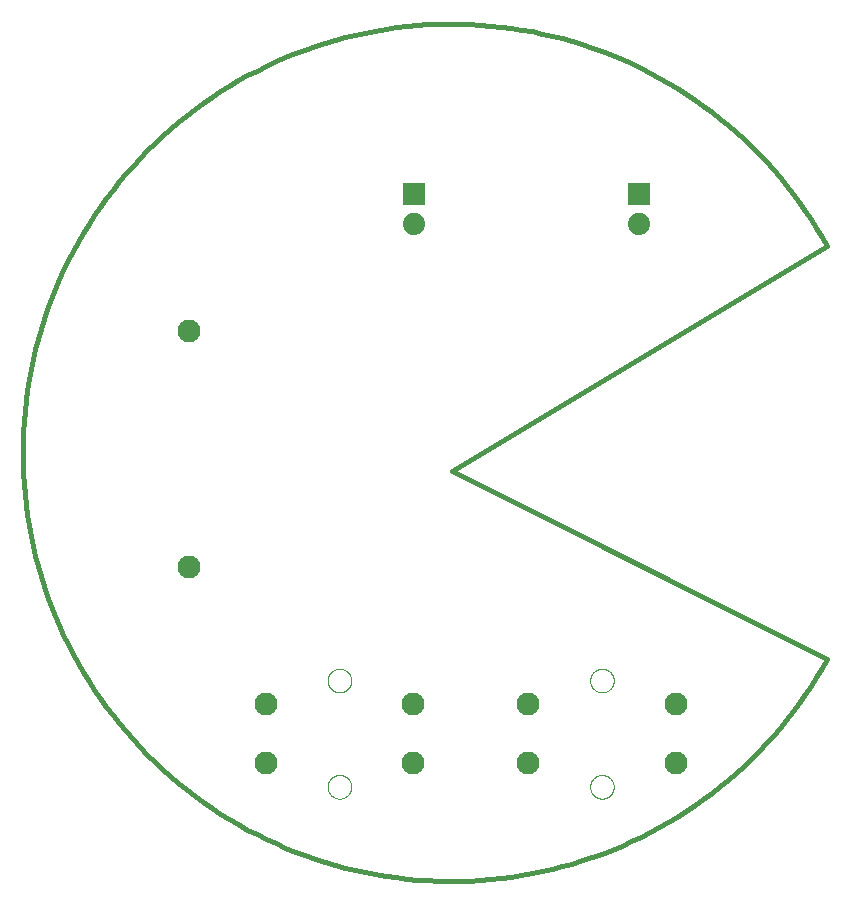
<source format=gtl>
G75*
%MOIN*%
%OFA0B0*%
%FSLAX25Y25*%
%IPPOS*%
%LPD*%
%AMOC8*
5,1,8,0,0,1.08239X$1,22.5*
%
%ADD10C,0.01600*%
%ADD11C,0.07677*%
%ADD12R,0.07400X0.07400*%
%ADD13C,0.07400*%
%ADD14C,0.00000*%
D10*
X0145442Y0138419D02*
X0270442Y0075919D01*
X0270442Y0213419D02*
X0145442Y0138419D01*
X0270442Y0075919D02*
X0268724Y0072879D01*
X0266933Y0069882D01*
X0265069Y0066929D01*
X0263133Y0064023D01*
X0261127Y0061165D01*
X0259052Y0058357D01*
X0256909Y0055601D01*
X0254699Y0052898D01*
X0252423Y0050249D01*
X0250084Y0047657D01*
X0247682Y0045123D01*
X0245219Y0042648D01*
X0242696Y0040234D01*
X0240114Y0037883D01*
X0237476Y0035596D01*
X0234783Y0033373D01*
X0232037Y0031217D01*
X0229238Y0029129D01*
X0226389Y0027110D01*
X0223492Y0025161D01*
X0220548Y0023283D01*
X0217559Y0021478D01*
X0214527Y0019747D01*
X0211454Y0018090D01*
X0208341Y0016509D01*
X0205190Y0015004D01*
X0202003Y0013577D01*
X0198783Y0012228D01*
X0195530Y0010958D01*
X0192247Y0009768D01*
X0188937Y0008659D01*
X0185600Y0007630D01*
X0182239Y0006684D01*
X0178856Y0005820D01*
X0175452Y0005039D01*
X0172031Y0004342D01*
X0168594Y0003728D01*
X0165142Y0003198D01*
X0161679Y0002753D01*
X0158206Y0002393D01*
X0154725Y0002118D01*
X0151239Y0001928D01*
X0147749Y0001823D01*
X0144257Y0001803D01*
X0140766Y0001869D01*
X0137278Y0002020D01*
X0133794Y0002256D01*
X0130317Y0002578D01*
X0126849Y0002984D01*
X0123392Y0003475D01*
X0119948Y0004050D01*
X0116519Y0004709D01*
X0113108Y0005452D01*
X0109715Y0006277D01*
X0106344Y0007186D01*
X0102995Y0008177D01*
X0099672Y0009249D01*
X0096377Y0010402D01*
X0093110Y0011635D01*
X0089874Y0012948D01*
X0086672Y0014339D01*
X0083504Y0015809D01*
X0080374Y0017355D01*
X0077282Y0018977D01*
X0074230Y0020675D01*
X0071222Y0022446D01*
X0068257Y0024291D01*
X0065338Y0026207D01*
X0062467Y0028194D01*
X0059645Y0030251D01*
X0056875Y0032376D01*
X0054157Y0034568D01*
X0051493Y0036826D01*
X0048886Y0039148D01*
X0046336Y0041533D01*
X0043845Y0043980D01*
X0041415Y0046487D01*
X0039046Y0049053D01*
X0036741Y0051675D01*
X0034501Y0054354D01*
X0032327Y0057086D01*
X0030220Y0059871D01*
X0028182Y0062706D01*
X0026214Y0065590D01*
X0024317Y0068522D01*
X0022493Y0071498D01*
X0020741Y0074519D01*
X0019064Y0077582D01*
X0017462Y0080684D01*
X0015937Y0083825D01*
X0014488Y0087002D01*
X0013118Y0090214D01*
X0011827Y0093458D01*
X0010615Y0096733D01*
X0009484Y0100036D01*
X0008434Y0103366D01*
X0007465Y0106721D01*
X0006579Y0110098D01*
X0005775Y0113496D01*
X0005055Y0116912D01*
X0004419Y0120346D01*
X0003866Y0123793D01*
X0003398Y0127254D01*
X0003015Y0130724D01*
X0002717Y0134203D01*
X0002504Y0137688D01*
X0002376Y0141178D01*
X0002333Y0144669D01*
X0002376Y0148160D01*
X0002504Y0151650D01*
X0002717Y0155135D01*
X0003015Y0158614D01*
X0003398Y0162084D01*
X0003866Y0165545D01*
X0004419Y0168992D01*
X0005055Y0172426D01*
X0005775Y0175842D01*
X0006579Y0179240D01*
X0007465Y0182617D01*
X0008434Y0185972D01*
X0009484Y0189302D01*
X0010615Y0192605D01*
X0011827Y0195880D01*
X0013118Y0199124D01*
X0014488Y0202336D01*
X0015937Y0205513D01*
X0017462Y0208654D01*
X0019064Y0211756D01*
X0020741Y0214819D01*
X0022493Y0217840D01*
X0024317Y0220816D01*
X0026214Y0223748D01*
X0028182Y0226632D01*
X0030220Y0229467D01*
X0032327Y0232252D01*
X0034501Y0234984D01*
X0036741Y0237663D01*
X0039046Y0240285D01*
X0041415Y0242851D01*
X0043845Y0245358D01*
X0046336Y0247805D01*
X0048886Y0250190D01*
X0051493Y0252512D01*
X0054157Y0254770D01*
X0056875Y0256962D01*
X0059645Y0259087D01*
X0062467Y0261144D01*
X0065338Y0263131D01*
X0068257Y0265047D01*
X0071222Y0266892D01*
X0074230Y0268663D01*
X0077282Y0270361D01*
X0080374Y0271983D01*
X0083504Y0273529D01*
X0086672Y0274999D01*
X0089874Y0276390D01*
X0093110Y0277703D01*
X0096377Y0278936D01*
X0099672Y0280089D01*
X0102995Y0281161D01*
X0106344Y0282152D01*
X0109715Y0283061D01*
X0113108Y0283886D01*
X0116519Y0284629D01*
X0119948Y0285288D01*
X0123392Y0285863D01*
X0126849Y0286354D01*
X0130317Y0286760D01*
X0133794Y0287082D01*
X0137278Y0287318D01*
X0140766Y0287469D01*
X0144257Y0287535D01*
X0147749Y0287515D01*
X0151239Y0287410D01*
X0154725Y0287220D01*
X0158206Y0286945D01*
X0161679Y0286585D01*
X0165142Y0286140D01*
X0168594Y0285610D01*
X0172031Y0284996D01*
X0175452Y0284299D01*
X0178856Y0283518D01*
X0182239Y0282654D01*
X0185600Y0281708D01*
X0188937Y0280679D01*
X0192247Y0279570D01*
X0195530Y0278380D01*
X0198783Y0277110D01*
X0202003Y0275761D01*
X0205190Y0274334D01*
X0208341Y0272829D01*
X0211454Y0271248D01*
X0214527Y0269591D01*
X0217559Y0267860D01*
X0220548Y0266055D01*
X0223492Y0264177D01*
X0226389Y0262228D01*
X0229238Y0260209D01*
X0232037Y0258121D01*
X0234783Y0255965D01*
X0237476Y0253742D01*
X0240114Y0251455D01*
X0242696Y0249104D01*
X0245219Y0246690D01*
X0247682Y0244215D01*
X0250084Y0241681D01*
X0252423Y0239089D01*
X0254699Y0236440D01*
X0256909Y0233737D01*
X0259052Y0230981D01*
X0261127Y0228173D01*
X0263133Y0225315D01*
X0265069Y0222409D01*
X0266933Y0219456D01*
X0268724Y0216459D01*
X0270442Y0213419D01*
D11*
X0083336Y0041077D03*
X0083336Y0060762D03*
X0057942Y0106333D03*
X0057942Y0185073D03*
X0132548Y0060762D03*
X0132548Y0041077D03*
X0170836Y0041077D03*
X0170836Y0060762D03*
X0220048Y0060762D03*
X0220048Y0041077D03*
D12*
X0207942Y0230919D03*
X0132942Y0230919D03*
D13*
X0132942Y0220919D03*
X0207942Y0220919D03*
D14*
X0191505Y0068636D02*
X0191507Y0068761D01*
X0191513Y0068886D01*
X0191523Y0069010D01*
X0191537Y0069134D01*
X0191554Y0069258D01*
X0191576Y0069381D01*
X0191602Y0069503D01*
X0191631Y0069625D01*
X0191664Y0069745D01*
X0191702Y0069864D01*
X0191742Y0069983D01*
X0191787Y0070099D01*
X0191835Y0070214D01*
X0191887Y0070328D01*
X0191943Y0070440D01*
X0192002Y0070550D01*
X0192064Y0070658D01*
X0192130Y0070765D01*
X0192199Y0070869D01*
X0192272Y0070970D01*
X0192347Y0071070D01*
X0192426Y0071167D01*
X0192508Y0071261D01*
X0192593Y0071353D01*
X0192680Y0071442D01*
X0192771Y0071528D01*
X0192864Y0071611D01*
X0192960Y0071692D01*
X0193058Y0071769D01*
X0193158Y0071843D01*
X0193261Y0071914D01*
X0193366Y0071981D01*
X0193474Y0072046D01*
X0193583Y0072106D01*
X0193694Y0072164D01*
X0193807Y0072217D01*
X0193921Y0072267D01*
X0194037Y0072314D01*
X0194154Y0072356D01*
X0194273Y0072395D01*
X0194393Y0072431D01*
X0194514Y0072462D01*
X0194636Y0072490D01*
X0194758Y0072513D01*
X0194882Y0072533D01*
X0195006Y0072549D01*
X0195130Y0072561D01*
X0195255Y0072569D01*
X0195380Y0072573D01*
X0195504Y0072573D01*
X0195629Y0072569D01*
X0195754Y0072561D01*
X0195878Y0072549D01*
X0196002Y0072533D01*
X0196126Y0072513D01*
X0196248Y0072490D01*
X0196370Y0072462D01*
X0196491Y0072431D01*
X0196611Y0072395D01*
X0196730Y0072356D01*
X0196847Y0072314D01*
X0196963Y0072267D01*
X0197077Y0072217D01*
X0197190Y0072164D01*
X0197301Y0072106D01*
X0197411Y0072046D01*
X0197518Y0071981D01*
X0197623Y0071914D01*
X0197726Y0071843D01*
X0197826Y0071769D01*
X0197924Y0071692D01*
X0198020Y0071611D01*
X0198113Y0071528D01*
X0198204Y0071442D01*
X0198291Y0071353D01*
X0198376Y0071261D01*
X0198458Y0071167D01*
X0198537Y0071070D01*
X0198612Y0070970D01*
X0198685Y0070869D01*
X0198754Y0070765D01*
X0198820Y0070658D01*
X0198882Y0070550D01*
X0198941Y0070440D01*
X0198997Y0070328D01*
X0199049Y0070214D01*
X0199097Y0070099D01*
X0199142Y0069983D01*
X0199182Y0069864D01*
X0199220Y0069745D01*
X0199253Y0069625D01*
X0199282Y0069503D01*
X0199308Y0069381D01*
X0199330Y0069258D01*
X0199347Y0069134D01*
X0199361Y0069010D01*
X0199371Y0068886D01*
X0199377Y0068761D01*
X0199379Y0068636D01*
X0199377Y0068511D01*
X0199371Y0068386D01*
X0199361Y0068262D01*
X0199347Y0068138D01*
X0199330Y0068014D01*
X0199308Y0067891D01*
X0199282Y0067769D01*
X0199253Y0067647D01*
X0199220Y0067527D01*
X0199182Y0067408D01*
X0199142Y0067289D01*
X0199097Y0067173D01*
X0199049Y0067058D01*
X0198997Y0066944D01*
X0198941Y0066832D01*
X0198882Y0066722D01*
X0198820Y0066614D01*
X0198754Y0066507D01*
X0198685Y0066403D01*
X0198612Y0066302D01*
X0198537Y0066202D01*
X0198458Y0066105D01*
X0198376Y0066011D01*
X0198291Y0065919D01*
X0198204Y0065830D01*
X0198113Y0065744D01*
X0198020Y0065661D01*
X0197924Y0065580D01*
X0197826Y0065503D01*
X0197726Y0065429D01*
X0197623Y0065358D01*
X0197518Y0065291D01*
X0197410Y0065226D01*
X0197301Y0065166D01*
X0197190Y0065108D01*
X0197077Y0065055D01*
X0196963Y0065005D01*
X0196847Y0064958D01*
X0196730Y0064916D01*
X0196611Y0064877D01*
X0196491Y0064841D01*
X0196370Y0064810D01*
X0196248Y0064782D01*
X0196126Y0064759D01*
X0196002Y0064739D01*
X0195878Y0064723D01*
X0195754Y0064711D01*
X0195629Y0064703D01*
X0195504Y0064699D01*
X0195380Y0064699D01*
X0195255Y0064703D01*
X0195130Y0064711D01*
X0195006Y0064723D01*
X0194882Y0064739D01*
X0194758Y0064759D01*
X0194636Y0064782D01*
X0194514Y0064810D01*
X0194393Y0064841D01*
X0194273Y0064877D01*
X0194154Y0064916D01*
X0194037Y0064958D01*
X0193921Y0065005D01*
X0193807Y0065055D01*
X0193694Y0065108D01*
X0193583Y0065166D01*
X0193473Y0065226D01*
X0193366Y0065291D01*
X0193261Y0065358D01*
X0193158Y0065429D01*
X0193058Y0065503D01*
X0192960Y0065580D01*
X0192864Y0065661D01*
X0192771Y0065744D01*
X0192680Y0065830D01*
X0192593Y0065919D01*
X0192508Y0066011D01*
X0192426Y0066105D01*
X0192347Y0066202D01*
X0192272Y0066302D01*
X0192199Y0066403D01*
X0192130Y0066507D01*
X0192064Y0066614D01*
X0192002Y0066722D01*
X0191943Y0066832D01*
X0191887Y0066944D01*
X0191835Y0067058D01*
X0191787Y0067173D01*
X0191742Y0067289D01*
X0191702Y0067408D01*
X0191664Y0067527D01*
X0191631Y0067647D01*
X0191602Y0067769D01*
X0191576Y0067891D01*
X0191554Y0068014D01*
X0191537Y0068138D01*
X0191523Y0068262D01*
X0191513Y0068386D01*
X0191507Y0068511D01*
X0191505Y0068636D01*
X0191505Y0033203D02*
X0191507Y0033328D01*
X0191513Y0033453D01*
X0191523Y0033577D01*
X0191537Y0033701D01*
X0191554Y0033825D01*
X0191576Y0033948D01*
X0191602Y0034070D01*
X0191631Y0034192D01*
X0191664Y0034312D01*
X0191702Y0034431D01*
X0191742Y0034550D01*
X0191787Y0034666D01*
X0191835Y0034781D01*
X0191887Y0034895D01*
X0191943Y0035007D01*
X0192002Y0035117D01*
X0192064Y0035225D01*
X0192130Y0035332D01*
X0192199Y0035436D01*
X0192272Y0035537D01*
X0192347Y0035637D01*
X0192426Y0035734D01*
X0192508Y0035828D01*
X0192593Y0035920D01*
X0192680Y0036009D01*
X0192771Y0036095D01*
X0192864Y0036178D01*
X0192960Y0036259D01*
X0193058Y0036336D01*
X0193158Y0036410D01*
X0193261Y0036481D01*
X0193366Y0036548D01*
X0193474Y0036613D01*
X0193583Y0036673D01*
X0193694Y0036731D01*
X0193807Y0036784D01*
X0193921Y0036834D01*
X0194037Y0036881D01*
X0194154Y0036923D01*
X0194273Y0036962D01*
X0194393Y0036998D01*
X0194514Y0037029D01*
X0194636Y0037057D01*
X0194758Y0037080D01*
X0194882Y0037100D01*
X0195006Y0037116D01*
X0195130Y0037128D01*
X0195255Y0037136D01*
X0195380Y0037140D01*
X0195504Y0037140D01*
X0195629Y0037136D01*
X0195754Y0037128D01*
X0195878Y0037116D01*
X0196002Y0037100D01*
X0196126Y0037080D01*
X0196248Y0037057D01*
X0196370Y0037029D01*
X0196491Y0036998D01*
X0196611Y0036962D01*
X0196730Y0036923D01*
X0196847Y0036881D01*
X0196963Y0036834D01*
X0197077Y0036784D01*
X0197190Y0036731D01*
X0197301Y0036673D01*
X0197411Y0036613D01*
X0197518Y0036548D01*
X0197623Y0036481D01*
X0197726Y0036410D01*
X0197826Y0036336D01*
X0197924Y0036259D01*
X0198020Y0036178D01*
X0198113Y0036095D01*
X0198204Y0036009D01*
X0198291Y0035920D01*
X0198376Y0035828D01*
X0198458Y0035734D01*
X0198537Y0035637D01*
X0198612Y0035537D01*
X0198685Y0035436D01*
X0198754Y0035332D01*
X0198820Y0035225D01*
X0198882Y0035117D01*
X0198941Y0035007D01*
X0198997Y0034895D01*
X0199049Y0034781D01*
X0199097Y0034666D01*
X0199142Y0034550D01*
X0199182Y0034431D01*
X0199220Y0034312D01*
X0199253Y0034192D01*
X0199282Y0034070D01*
X0199308Y0033948D01*
X0199330Y0033825D01*
X0199347Y0033701D01*
X0199361Y0033577D01*
X0199371Y0033453D01*
X0199377Y0033328D01*
X0199379Y0033203D01*
X0199377Y0033078D01*
X0199371Y0032953D01*
X0199361Y0032829D01*
X0199347Y0032705D01*
X0199330Y0032581D01*
X0199308Y0032458D01*
X0199282Y0032336D01*
X0199253Y0032214D01*
X0199220Y0032094D01*
X0199182Y0031975D01*
X0199142Y0031856D01*
X0199097Y0031740D01*
X0199049Y0031625D01*
X0198997Y0031511D01*
X0198941Y0031399D01*
X0198882Y0031289D01*
X0198820Y0031181D01*
X0198754Y0031074D01*
X0198685Y0030970D01*
X0198612Y0030869D01*
X0198537Y0030769D01*
X0198458Y0030672D01*
X0198376Y0030578D01*
X0198291Y0030486D01*
X0198204Y0030397D01*
X0198113Y0030311D01*
X0198020Y0030228D01*
X0197924Y0030147D01*
X0197826Y0030070D01*
X0197726Y0029996D01*
X0197623Y0029925D01*
X0197518Y0029858D01*
X0197410Y0029793D01*
X0197301Y0029733D01*
X0197190Y0029675D01*
X0197077Y0029622D01*
X0196963Y0029572D01*
X0196847Y0029525D01*
X0196730Y0029483D01*
X0196611Y0029444D01*
X0196491Y0029408D01*
X0196370Y0029377D01*
X0196248Y0029349D01*
X0196126Y0029326D01*
X0196002Y0029306D01*
X0195878Y0029290D01*
X0195754Y0029278D01*
X0195629Y0029270D01*
X0195504Y0029266D01*
X0195380Y0029266D01*
X0195255Y0029270D01*
X0195130Y0029278D01*
X0195006Y0029290D01*
X0194882Y0029306D01*
X0194758Y0029326D01*
X0194636Y0029349D01*
X0194514Y0029377D01*
X0194393Y0029408D01*
X0194273Y0029444D01*
X0194154Y0029483D01*
X0194037Y0029525D01*
X0193921Y0029572D01*
X0193807Y0029622D01*
X0193694Y0029675D01*
X0193583Y0029733D01*
X0193473Y0029793D01*
X0193366Y0029858D01*
X0193261Y0029925D01*
X0193158Y0029996D01*
X0193058Y0030070D01*
X0192960Y0030147D01*
X0192864Y0030228D01*
X0192771Y0030311D01*
X0192680Y0030397D01*
X0192593Y0030486D01*
X0192508Y0030578D01*
X0192426Y0030672D01*
X0192347Y0030769D01*
X0192272Y0030869D01*
X0192199Y0030970D01*
X0192130Y0031074D01*
X0192064Y0031181D01*
X0192002Y0031289D01*
X0191943Y0031399D01*
X0191887Y0031511D01*
X0191835Y0031625D01*
X0191787Y0031740D01*
X0191742Y0031856D01*
X0191702Y0031975D01*
X0191664Y0032094D01*
X0191631Y0032214D01*
X0191602Y0032336D01*
X0191576Y0032458D01*
X0191554Y0032581D01*
X0191537Y0032705D01*
X0191523Y0032829D01*
X0191513Y0032953D01*
X0191507Y0033078D01*
X0191505Y0033203D01*
X0104005Y0033203D02*
X0104007Y0033328D01*
X0104013Y0033453D01*
X0104023Y0033577D01*
X0104037Y0033701D01*
X0104054Y0033825D01*
X0104076Y0033948D01*
X0104102Y0034070D01*
X0104131Y0034192D01*
X0104164Y0034312D01*
X0104202Y0034431D01*
X0104242Y0034550D01*
X0104287Y0034666D01*
X0104335Y0034781D01*
X0104387Y0034895D01*
X0104443Y0035007D01*
X0104502Y0035117D01*
X0104564Y0035225D01*
X0104630Y0035332D01*
X0104699Y0035436D01*
X0104772Y0035537D01*
X0104847Y0035637D01*
X0104926Y0035734D01*
X0105008Y0035828D01*
X0105093Y0035920D01*
X0105180Y0036009D01*
X0105271Y0036095D01*
X0105364Y0036178D01*
X0105460Y0036259D01*
X0105558Y0036336D01*
X0105658Y0036410D01*
X0105761Y0036481D01*
X0105866Y0036548D01*
X0105974Y0036613D01*
X0106083Y0036673D01*
X0106194Y0036731D01*
X0106307Y0036784D01*
X0106421Y0036834D01*
X0106537Y0036881D01*
X0106654Y0036923D01*
X0106773Y0036962D01*
X0106893Y0036998D01*
X0107014Y0037029D01*
X0107136Y0037057D01*
X0107258Y0037080D01*
X0107382Y0037100D01*
X0107506Y0037116D01*
X0107630Y0037128D01*
X0107755Y0037136D01*
X0107880Y0037140D01*
X0108004Y0037140D01*
X0108129Y0037136D01*
X0108254Y0037128D01*
X0108378Y0037116D01*
X0108502Y0037100D01*
X0108626Y0037080D01*
X0108748Y0037057D01*
X0108870Y0037029D01*
X0108991Y0036998D01*
X0109111Y0036962D01*
X0109230Y0036923D01*
X0109347Y0036881D01*
X0109463Y0036834D01*
X0109577Y0036784D01*
X0109690Y0036731D01*
X0109801Y0036673D01*
X0109911Y0036613D01*
X0110018Y0036548D01*
X0110123Y0036481D01*
X0110226Y0036410D01*
X0110326Y0036336D01*
X0110424Y0036259D01*
X0110520Y0036178D01*
X0110613Y0036095D01*
X0110704Y0036009D01*
X0110791Y0035920D01*
X0110876Y0035828D01*
X0110958Y0035734D01*
X0111037Y0035637D01*
X0111112Y0035537D01*
X0111185Y0035436D01*
X0111254Y0035332D01*
X0111320Y0035225D01*
X0111382Y0035117D01*
X0111441Y0035007D01*
X0111497Y0034895D01*
X0111549Y0034781D01*
X0111597Y0034666D01*
X0111642Y0034550D01*
X0111682Y0034431D01*
X0111720Y0034312D01*
X0111753Y0034192D01*
X0111782Y0034070D01*
X0111808Y0033948D01*
X0111830Y0033825D01*
X0111847Y0033701D01*
X0111861Y0033577D01*
X0111871Y0033453D01*
X0111877Y0033328D01*
X0111879Y0033203D01*
X0111877Y0033078D01*
X0111871Y0032953D01*
X0111861Y0032829D01*
X0111847Y0032705D01*
X0111830Y0032581D01*
X0111808Y0032458D01*
X0111782Y0032336D01*
X0111753Y0032214D01*
X0111720Y0032094D01*
X0111682Y0031975D01*
X0111642Y0031856D01*
X0111597Y0031740D01*
X0111549Y0031625D01*
X0111497Y0031511D01*
X0111441Y0031399D01*
X0111382Y0031289D01*
X0111320Y0031181D01*
X0111254Y0031074D01*
X0111185Y0030970D01*
X0111112Y0030869D01*
X0111037Y0030769D01*
X0110958Y0030672D01*
X0110876Y0030578D01*
X0110791Y0030486D01*
X0110704Y0030397D01*
X0110613Y0030311D01*
X0110520Y0030228D01*
X0110424Y0030147D01*
X0110326Y0030070D01*
X0110226Y0029996D01*
X0110123Y0029925D01*
X0110018Y0029858D01*
X0109910Y0029793D01*
X0109801Y0029733D01*
X0109690Y0029675D01*
X0109577Y0029622D01*
X0109463Y0029572D01*
X0109347Y0029525D01*
X0109230Y0029483D01*
X0109111Y0029444D01*
X0108991Y0029408D01*
X0108870Y0029377D01*
X0108748Y0029349D01*
X0108626Y0029326D01*
X0108502Y0029306D01*
X0108378Y0029290D01*
X0108254Y0029278D01*
X0108129Y0029270D01*
X0108004Y0029266D01*
X0107880Y0029266D01*
X0107755Y0029270D01*
X0107630Y0029278D01*
X0107506Y0029290D01*
X0107382Y0029306D01*
X0107258Y0029326D01*
X0107136Y0029349D01*
X0107014Y0029377D01*
X0106893Y0029408D01*
X0106773Y0029444D01*
X0106654Y0029483D01*
X0106537Y0029525D01*
X0106421Y0029572D01*
X0106307Y0029622D01*
X0106194Y0029675D01*
X0106083Y0029733D01*
X0105973Y0029793D01*
X0105866Y0029858D01*
X0105761Y0029925D01*
X0105658Y0029996D01*
X0105558Y0030070D01*
X0105460Y0030147D01*
X0105364Y0030228D01*
X0105271Y0030311D01*
X0105180Y0030397D01*
X0105093Y0030486D01*
X0105008Y0030578D01*
X0104926Y0030672D01*
X0104847Y0030769D01*
X0104772Y0030869D01*
X0104699Y0030970D01*
X0104630Y0031074D01*
X0104564Y0031181D01*
X0104502Y0031289D01*
X0104443Y0031399D01*
X0104387Y0031511D01*
X0104335Y0031625D01*
X0104287Y0031740D01*
X0104242Y0031856D01*
X0104202Y0031975D01*
X0104164Y0032094D01*
X0104131Y0032214D01*
X0104102Y0032336D01*
X0104076Y0032458D01*
X0104054Y0032581D01*
X0104037Y0032705D01*
X0104023Y0032829D01*
X0104013Y0032953D01*
X0104007Y0033078D01*
X0104005Y0033203D01*
X0104005Y0068636D02*
X0104007Y0068761D01*
X0104013Y0068886D01*
X0104023Y0069010D01*
X0104037Y0069134D01*
X0104054Y0069258D01*
X0104076Y0069381D01*
X0104102Y0069503D01*
X0104131Y0069625D01*
X0104164Y0069745D01*
X0104202Y0069864D01*
X0104242Y0069983D01*
X0104287Y0070099D01*
X0104335Y0070214D01*
X0104387Y0070328D01*
X0104443Y0070440D01*
X0104502Y0070550D01*
X0104564Y0070658D01*
X0104630Y0070765D01*
X0104699Y0070869D01*
X0104772Y0070970D01*
X0104847Y0071070D01*
X0104926Y0071167D01*
X0105008Y0071261D01*
X0105093Y0071353D01*
X0105180Y0071442D01*
X0105271Y0071528D01*
X0105364Y0071611D01*
X0105460Y0071692D01*
X0105558Y0071769D01*
X0105658Y0071843D01*
X0105761Y0071914D01*
X0105866Y0071981D01*
X0105974Y0072046D01*
X0106083Y0072106D01*
X0106194Y0072164D01*
X0106307Y0072217D01*
X0106421Y0072267D01*
X0106537Y0072314D01*
X0106654Y0072356D01*
X0106773Y0072395D01*
X0106893Y0072431D01*
X0107014Y0072462D01*
X0107136Y0072490D01*
X0107258Y0072513D01*
X0107382Y0072533D01*
X0107506Y0072549D01*
X0107630Y0072561D01*
X0107755Y0072569D01*
X0107880Y0072573D01*
X0108004Y0072573D01*
X0108129Y0072569D01*
X0108254Y0072561D01*
X0108378Y0072549D01*
X0108502Y0072533D01*
X0108626Y0072513D01*
X0108748Y0072490D01*
X0108870Y0072462D01*
X0108991Y0072431D01*
X0109111Y0072395D01*
X0109230Y0072356D01*
X0109347Y0072314D01*
X0109463Y0072267D01*
X0109577Y0072217D01*
X0109690Y0072164D01*
X0109801Y0072106D01*
X0109911Y0072046D01*
X0110018Y0071981D01*
X0110123Y0071914D01*
X0110226Y0071843D01*
X0110326Y0071769D01*
X0110424Y0071692D01*
X0110520Y0071611D01*
X0110613Y0071528D01*
X0110704Y0071442D01*
X0110791Y0071353D01*
X0110876Y0071261D01*
X0110958Y0071167D01*
X0111037Y0071070D01*
X0111112Y0070970D01*
X0111185Y0070869D01*
X0111254Y0070765D01*
X0111320Y0070658D01*
X0111382Y0070550D01*
X0111441Y0070440D01*
X0111497Y0070328D01*
X0111549Y0070214D01*
X0111597Y0070099D01*
X0111642Y0069983D01*
X0111682Y0069864D01*
X0111720Y0069745D01*
X0111753Y0069625D01*
X0111782Y0069503D01*
X0111808Y0069381D01*
X0111830Y0069258D01*
X0111847Y0069134D01*
X0111861Y0069010D01*
X0111871Y0068886D01*
X0111877Y0068761D01*
X0111879Y0068636D01*
X0111877Y0068511D01*
X0111871Y0068386D01*
X0111861Y0068262D01*
X0111847Y0068138D01*
X0111830Y0068014D01*
X0111808Y0067891D01*
X0111782Y0067769D01*
X0111753Y0067647D01*
X0111720Y0067527D01*
X0111682Y0067408D01*
X0111642Y0067289D01*
X0111597Y0067173D01*
X0111549Y0067058D01*
X0111497Y0066944D01*
X0111441Y0066832D01*
X0111382Y0066722D01*
X0111320Y0066614D01*
X0111254Y0066507D01*
X0111185Y0066403D01*
X0111112Y0066302D01*
X0111037Y0066202D01*
X0110958Y0066105D01*
X0110876Y0066011D01*
X0110791Y0065919D01*
X0110704Y0065830D01*
X0110613Y0065744D01*
X0110520Y0065661D01*
X0110424Y0065580D01*
X0110326Y0065503D01*
X0110226Y0065429D01*
X0110123Y0065358D01*
X0110018Y0065291D01*
X0109910Y0065226D01*
X0109801Y0065166D01*
X0109690Y0065108D01*
X0109577Y0065055D01*
X0109463Y0065005D01*
X0109347Y0064958D01*
X0109230Y0064916D01*
X0109111Y0064877D01*
X0108991Y0064841D01*
X0108870Y0064810D01*
X0108748Y0064782D01*
X0108626Y0064759D01*
X0108502Y0064739D01*
X0108378Y0064723D01*
X0108254Y0064711D01*
X0108129Y0064703D01*
X0108004Y0064699D01*
X0107880Y0064699D01*
X0107755Y0064703D01*
X0107630Y0064711D01*
X0107506Y0064723D01*
X0107382Y0064739D01*
X0107258Y0064759D01*
X0107136Y0064782D01*
X0107014Y0064810D01*
X0106893Y0064841D01*
X0106773Y0064877D01*
X0106654Y0064916D01*
X0106537Y0064958D01*
X0106421Y0065005D01*
X0106307Y0065055D01*
X0106194Y0065108D01*
X0106083Y0065166D01*
X0105973Y0065226D01*
X0105866Y0065291D01*
X0105761Y0065358D01*
X0105658Y0065429D01*
X0105558Y0065503D01*
X0105460Y0065580D01*
X0105364Y0065661D01*
X0105271Y0065744D01*
X0105180Y0065830D01*
X0105093Y0065919D01*
X0105008Y0066011D01*
X0104926Y0066105D01*
X0104847Y0066202D01*
X0104772Y0066302D01*
X0104699Y0066403D01*
X0104630Y0066507D01*
X0104564Y0066614D01*
X0104502Y0066722D01*
X0104443Y0066832D01*
X0104387Y0066944D01*
X0104335Y0067058D01*
X0104287Y0067173D01*
X0104242Y0067289D01*
X0104202Y0067408D01*
X0104164Y0067527D01*
X0104131Y0067647D01*
X0104102Y0067769D01*
X0104076Y0067891D01*
X0104054Y0068014D01*
X0104037Y0068138D01*
X0104023Y0068262D01*
X0104013Y0068386D01*
X0104007Y0068511D01*
X0104005Y0068636D01*
M02*

</source>
